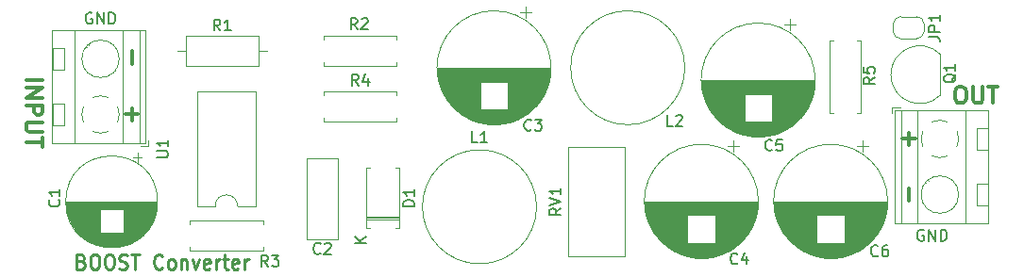
<source format=gto>
%TF.GenerationSoftware,KiCad,Pcbnew,(5.1.12)-1*%
%TF.CreationDate,2022-12-12T11:45:01+01:00*%
%TF.ProjectId,MC34063_boost,4d433334-3036-4335-9f62-6f6f73742e6b,rev?*%
%TF.SameCoordinates,Original*%
%TF.FileFunction,Legend,Top*%
%TF.FilePolarity,Positive*%
%FSLAX46Y46*%
G04 Gerber Fmt 4.6, Leading zero omitted, Abs format (unit mm)*
G04 Created by KiCad (PCBNEW (5.1.12)-1) date 2022-12-12 11:45:01*
%MOMM*%
%LPD*%
G01*
G04 APERTURE LIST*
%ADD10C,0.300000*%
%ADD11C,0.250000*%
%ADD12C,0.150000*%
%ADD13C,0.120000*%
G04 APERTURE END LIST*
D10*
X55307142Y-64171428D02*
X55307142Y-63028571D01*
X55307142Y-69271428D02*
X55307142Y-68128571D01*
X55878571Y-68700000D02*
X54735714Y-68700000D01*
X125007142Y-76471428D02*
X125007142Y-75328571D01*
X125007142Y-71471428D02*
X125007142Y-70328571D01*
X125578571Y-70900000D02*
X124435714Y-70900000D01*
D11*
X50797619Y-81907142D02*
X50976190Y-81969047D01*
X51035714Y-82030952D01*
X51095238Y-82154761D01*
X51095238Y-82340476D01*
X51035714Y-82464285D01*
X50976190Y-82526190D01*
X50857142Y-82588095D01*
X50380952Y-82588095D01*
X50380952Y-81288095D01*
X50797619Y-81288095D01*
X50916666Y-81350000D01*
X50976190Y-81411904D01*
X51035714Y-81535714D01*
X51035714Y-81659523D01*
X50976190Y-81783333D01*
X50916666Y-81845238D01*
X50797619Y-81907142D01*
X50380952Y-81907142D01*
X51869047Y-81288095D02*
X52107142Y-81288095D01*
X52226190Y-81350000D01*
X52345238Y-81473809D01*
X52404761Y-81721428D01*
X52404761Y-82154761D01*
X52345238Y-82402380D01*
X52226190Y-82526190D01*
X52107142Y-82588095D01*
X51869047Y-82588095D01*
X51750000Y-82526190D01*
X51630952Y-82402380D01*
X51571428Y-82154761D01*
X51571428Y-81721428D01*
X51630952Y-81473809D01*
X51750000Y-81350000D01*
X51869047Y-81288095D01*
X53178571Y-81288095D02*
X53416666Y-81288095D01*
X53535714Y-81350000D01*
X53654761Y-81473809D01*
X53714285Y-81721428D01*
X53714285Y-82154761D01*
X53654761Y-82402380D01*
X53535714Y-82526190D01*
X53416666Y-82588095D01*
X53178571Y-82588095D01*
X53059523Y-82526190D01*
X52940476Y-82402380D01*
X52880952Y-82154761D01*
X52880952Y-81721428D01*
X52940476Y-81473809D01*
X53059523Y-81350000D01*
X53178571Y-81288095D01*
X54190476Y-82526190D02*
X54369047Y-82588095D01*
X54666666Y-82588095D01*
X54785714Y-82526190D01*
X54845238Y-82464285D01*
X54904761Y-82340476D01*
X54904761Y-82216666D01*
X54845238Y-82092857D01*
X54785714Y-82030952D01*
X54666666Y-81969047D01*
X54428571Y-81907142D01*
X54309523Y-81845238D01*
X54250000Y-81783333D01*
X54190476Y-81659523D01*
X54190476Y-81535714D01*
X54250000Y-81411904D01*
X54309523Y-81350000D01*
X54428571Y-81288095D01*
X54726190Y-81288095D01*
X54904761Y-81350000D01*
X55261904Y-81288095D02*
X55976190Y-81288095D01*
X55619047Y-82588095D02*
X55619047Y-81288095D01*
X58059523Y-82464285D02*
X58000000Y-82526190D01*
X57821428Y-82588095D01*
X57702380Y-82588095D01*
X57523809Y-82526190D01*
X57404761Y-82402380D01*
X57345238Y-82278571D01*
X57285714Y-82030952D01*
X57285714Y-81845238D01*
X57345238Y-81597619D01*
X57404761Y-81473809D01*
X57523809Y-81350000D01*
X57702380Y-81288095D01*
X57821428Y-81288095D01*
X58000000Y-81350000D01*
X58059523Y-81411904D01*
X58773809Y-82588095D02*
X58654761Y-82526190D01*
X58595238Y-82464285D01*
X58535714Y-82340476D01*
X58535714Y-81969047D01*
X58595238Y-81845238D01*
X58654761Y-81783333D01*
X58773809Y-81721428D01*
X58952380Y-81721428D01*
X59071428Y-81783333D01*
X59130952Y-81845238D01*
X59190476Y-81969047D01*
X59190476Y-82340476D01*
X59130952Y-82464285D01*
X59071428Y-82526190D01*
X58952380Y-82588095D01*
X58773809Y-82588095D01*
X59726190Y-81721428D02*
X59726190Y-82588095D01*
X59726190Y-81845238D02*
X59785714Y-81783333D01*
X59904761Y-81721428D01*
X60083333Y-81721428D01*
X60202380Y-81783333D01*
X60261904Y-81907142D01*
X60261904Y-82588095D01*
X60738095Y-81721428D02*
X61035714Y-82588095D01*
X61333333Y-81721428D01*
X62285714Y-82526190D02*
X62166666Y-82588095D01*
X61928571Y-82588095D01*
X61809523Y-82526190D01*
X61750000Y-82402380D01*
X61750000Y-81907142D01*
X61809523Y-81783333D01*
X61928571Y-81721428D01*
X62166666Y-81721428D01*
X62285714Y-81783333D01*
X62345238Y-81907142D01*
X62345238Y-82030952D01*
X61750000Y-82154761D01*
X62880952Y-82588095D02*
X62880952Y-81721428D01*
X62880952Y-81969047D02*
X62940476Y-81845238D01*
X63000000Y-81783333D01*
X63119047Y-81721428D01*
X63238095Y-81721428D01*
X63476190Y-81721428D02*
X63952380Y-81721428D01*
X63654761Y-81288095D02*
X63654761Y-82402380D01*
X63714285Y-82526190D01*
X63833333Y-82588095D01*
X63952380Y-82588095D01*
X64845238Y-82526190D02*
X64726190Y-82588095D01*
X64488095Y-82588095D01*
X64369047Y-82526190D01*
X64309523Y-82402380D01*
X64309523Y-81907142D01*
X64369047Y-81783333D01*
X64488095Y-81721428D01*
X64726190Y-81721428D01*
X64845238Y-81783333D01*
X64904761Y-81907142D01*
X64904761Y-82030952D01*
X64309523Y-82154761D01*
X65440476Y-82588095D02*
X65440476Y-81721428D01*
X65440476Y-81969047D02*
X65500000Y-81845238D01*
X65559523Y-81783333D01*
X65678571Y-81721428D01*
X65797619Y-81721428D01*
D12*
X126338095Y-79100000D02*
X126242857Y-79052380D01*
X126100000Y-79052380D01*
X125957142Y-79100000D01*
X125861904Y-79195238D01*
X125814285Y-79290476D01*
X125766666Y-79480952D01*
X125766666Y-79623809D01*
X125814285Y-79814285D01*
X125861904Y-79909523D01*
X125957142Y-80004761D01*
X126100000Y-80052380D01*
X126195238Y-80052380D01*
X126338095Y-80004761D01*
X126385714Y-79957142D01*
X126385714Y-79623809D01*
X126195238Y-79623809D01*
X126814285Y-80052380D02*
X126814285Y-79052380D01*
X127385714Y-80052380D01*
X127385714Y-79052380D01*
X127861904Y-80052380D02*
X127861904Y-79052380D01*
X128100000Y-79052380D01*
X128242857Y-79100000D01*
X128338095Y-79195238D01*
X128385714Y-79290476D01*
X128433333Y-79480952D01*
X128433333Y-79623809D01*
X128385714Y-79814285D01*
X128338095Y-79909523D01*
X128242857Y-80004761D01*
X128100000Y-80052380D01*
X127861904Y-80052380D01*
D10*
X129500000Y-66178571D02*
X129785714Y-66178571D01*
X129928571Y-66250000D01*
X130071428Y-66392857D01*
X130142857Y-66678571D01*
X130142857Y-67178571D01*
X130071428Y-67464285D01*
X129928571Y-67607142D01*
X129785714Y-67678571D01*
X129500000Y-67678571D01*
X129357142Y-67607142D01*
X129214285Y-67464285D01*
X129142857Y-67178571D01*
X129142857Y-66678571D01*
X129214285Y-66392857D01*
X129357142Y-66250000D01*
X129500000Y-66178571D01*
X130785714Y-66178571D02*
X130785714Y-67392857D01*
X130857142Y-67535714D01*
X130928571Y-67607142D01*
X131071428Y-67678571D01*
X131357142Y-67678571D01*
X131500000Y-67607142D01*
X131571428Y-67535714D01*
X131642857Y-67392857D01*
X131642857Y-66178571D01*
X132142857Y-66178571D02*
X133000000Y-66178571D01*
X132571428Y-67678571D02*
X132571428Y-66178571D01*
D12*
X51738095Y-59600000D02*
X51642857Y-59552380D01*
X51500000Y-59552380D01*
X51357142Y-59600000D01*
X51261904Y-59695238D01*
X51214285Y-59790476D01*
X51166666Y-59980952D01*
X51166666Y-60123809D01*
X51214285Y-60314285D01*
X51261904Y-60409523D01*
X51357142Y-60504761D01*
X51500000Y-60552380D01*
X51595238Y-60552380D01*
X51738095Y-60504761D01*
X51785714Y-60457142D01*
X51785714Y-60123809D01*
X51595238Y-60123809D01*
X52214285Y-60552380D02*
X52214285Y-59552380D01*
X52785714Y-60552380D01*
X52785714Y-59552380D01*
X53261904Y-60552380D02*
X53261904Y-59552380D01*
X53500000Y-59552380D01*
X53642857Y-59600000D01*
X53738095Y-59695238D01*
X53785714Y-59790476D01*
X53833333Y-59980952D01*
X53833333Y-60123809D01*
X53785714Y-60314285D01*
X53738095Y-60409523D01*
X53642857Y-60504761D01*
X53500000Y-60552380D01*
X53261904Y-60552380D01*
D10*
X45821428Y-65607142D02*
X47321428Y-65607142D01*
X45821428Y-66321428D02*
X47321428Y-66321428D01*
X45821428Y-67178571D01*
X47321428Y-67178571D01*
X45821428Y-67892857D02*
X47321428Y-67892857D01*
X47321428Y-68464285D01*
X47250000Y-68607142D01*
X47178571Y-68678571D01*
X47035714Y-68750000D01*
X46821428Y-68750000D01*
X46678571Y-68678571D01*
X46607142Y-68607142D01*
X46535714Y-68464285D01*
X46535714Y-67892857D01*
X47321428Y-69392857D02*
X46107142Y-69392857D01*
X45964285Y-69464285D01*
X45892857Y-69535714D01*
X45821428Y-69678571D01*
X45821428Y-69964285D01*
X45892857Y-70107142D01*
X45964285Y-70178571D01*
X46107142Y-70250000D01*
X47321428Y-70250000D01*
X47321428Y-70750000D02*
X47321428Y-71607142D01*
X45821428Y-71178571D02*
X47321428Y-71178571D01*
D13*
%TO.C,C2*%
X71030000Y-79920000D02*
X71030000Y-72680000D01*
X73770000Y-79920000D02*
X73770000Y-72680000D01*
X71030000Y-79920000D02*
X73770000Y-79920000D01*
X71030000Y-72680000D02*
X73770000Y-72680000D01*
%TO.C,D1*%
X76660000Y-78910000D02*
X76330000Y-78910000D01*
X76330000Y-78910000D02*
X76330000Y-73470000D01*
X76330000Y-73470000D02*
X76660000Y-73470000D01*
X78940000Y-78910000D02*
X79270000Y-78910000D01*
X79270000Y-78910000D02*
X79270000Y-73470000D01*
X79270000Y-73470000D02*
X78940000Y-73470000D01*
X76330000Y-78010000D02*
X79270000Y-78010000D01*
X76330000Y-77890000D02*
X79270000Y-77890000D01*
X76330000Y-78130000D02*
X79270000Y-78130000D01*
%TO.C,J1*%
X56800000Y-71500000D02*
X56800000Y-71000000D01*
X56060000Y-71500000D02*
X56800000Y-71500000D01*
X48200000Y-62700000D02*
X49200000Y-62700000D01*
X48200000Y-64700000D02*
X49200000Y-64700000D01*
X49200000Y-64700000D02*
X49200000Y-62700000D01*
X48200000Y-64700000D02*
X48200000Y-62700000D01*
X53523000Y-64927000D02*
X53569000Y-64974000D01*
X51225000Y-62630000D02*
X51261000Y-62665000D01*
X53739000Y-64734000D02*
X53774000Y-64769000D01*
X51431000Y-62425000D02*
X51477000Y-62472000D01*
X48200000Y-67700000D02*
X49200000Y-67700000D01*
X48200000Y-69700000D02*
X49200000Y-69700000D01*
X49200000Y-69700000D02*
X49200000Y-67700000D01*
X48200000Y-69700000D02*
X48200000Y-67700000D01*
X48140000Y-61140000D02*
X56560000Y-61140000D01*
X48140000Y-71260000D02*
X56560000Y-71260000D01*
X56560000Y-71260000D02*
X56560000Y-61140000D01*
X48140000Y-71260000D02*
X48140000Y-61140000D01*
X50199000Y-71260000D02*
X50199000Y-61140000D01*
X54500000Y-71260000D02*
X54500000Y-61140000D01*
X56000000Y-71260000D02*
X56000000Y-61140000D01*
X54180000Y-63700000D02*
G75*
G03*
X54180000Y-63700000I-1680000J0D01*
G01*
X54180253Y-68671195D02*
G75*
G02*
X54035000Y-69384000I-1680253J-28805D01*
G01*
X53183042Y-70235426D02*
G75*
G02*
X51816000Y-70235000I-683042J1535426D01*
G01*
X50964574Y-69383042D02*
G75*
G02*
X50965000Y-68016000I1535426J683042D01*
G01*
X51816958Y-67164574D02*
G75*
G02*
X53184000Y-67165000I683042J-1535426D01*
G01*
X54034756Y-68016682D02*
G75*
G02*
X54180000Y-68700000I-1534756J-683318D01*
G01*
%TO.C,J2*%
X129480000Y-75900000D02*
G75*
G03*
X129480000Y-75900000I-1680000J0D01*
G01*
X124300000Y-68340000D02*
X124300000Y-78460000D01*
X125800000Y-68340000D02*
X125800000Y-78460000D01*
X130101000Y-68340000D02*
X130101000Y-78460000D01*
X132160000Y-68340000D02*
X132160000Y-78460000D01*
X123740000Y-68340000D02*
X123740000Y-78460000D01*
X132160000Y-68340000D02*
X123740000Y-68340000D01*
X132160000Y-78460000D02*
X123740000Y-78460000D01*
X132100000Y-69900000D02*
X132100000Y-71900000D01*
X131100000Y-69900000D02*
X131100000Y-71900000D01*
X132100000Y-69900000D02*
X131100000Y-69900000D01*
X132100000Y-71900000D02*
X131100000Y-71900000D01*
X128869000Y-77175000D02*
X128823000Y-77128000D01*
X126561000Y-74866000D02*
X126526000Y-74831000D01*
X129075000Y-76970000D02*
X129039000Y-76935000D01*
X126777000Y-74673000D02*
X126731000Y-74626000D01*
X132100000Y-74900000D02*
X132100000Y-76900000D01*
X131100000Y-74900000D02*
X131100000Y-76900000D01*
X132100000Y-74900000D02*
X131100000Y-74900000D01*
X132100000Y-76900000D02*
X131100000Y-76900000D01*
X124240000Y-68100000D02*
X123500000Y-68100000D01*
X123500000Y-68100000D02*
X123500000Y-68600000D01*
X126265244Y-71583318D02*
G75*
G02*
X126120000Y-70900000I1534756J683318D01*
G01*
X128483042Y-72435426D02*
G75*
G02*
X127116000Y-72435000I-683042J1535426D01*
G01*
X129335426Y-70216958D02*
G75*
G02*
X129335000Y-71584000I-1535426J-683042D01*
G01*
X127116958Y-69364574D02*
G75*
G02*
X128484000Y-69365000I683042J-1535426D01*
G01*
X126119747Y-70928805D02*
G75*
G02*
X126265000Y-70216000I1680253J28805D01*
G01*
%TO.C,JP1*%
X123600000Y-61200000D02*
X123600000Y-60600000D01*
X125700000Y-61900000D02*
X124300000Y-61900000D01*
X126400000Y-60600000D02*
X126400000Y-61200000D01*
X124300000Y-59900000D02*
X125700000Y-59900000D01*
X125700000Y-59900000D02*
G75*
G02*
X126400000Y-60600000I0J-700000D01*
G01*
X126400000Y-61200000D02*
G75*
G02*
X125700000Y-61900000I-700000J0D01*
G01*
X124300000Y-61900000D02*
G75*
G02*
X123600000Y-61200000I0J700000D01*
G01*
X123600000Y-60600000D02*
G75*
G02*
X124300000Y-59900000I700000J0D01*
G01*
%TO.C,L1*%
X91620000Y-77000000D02*
G75*
G03*
X91620000Y-77000000I-5120000J0D01*
G01*
%TO.C,L2*%
X104920000Y-64500000D02*
G75*
G03*
X104920000Y-64500000I-5120000J0D01*
G01*
%TO.C,Q1*%
X127850000Y-66930000D02*
X127850000Y-63330000D01*
X127838478Y-66968478D02*
G75*
G02*
X123400000Y-65130000I-1838478J1838478D01*
G01*
X127838478Y-63291522D02*
G75*
G03*
X123400000Y-65130000I-1838478J-1838478D01*
G01*
%TO.C,R1*%
X66690000Y-64370000D02*
X66690000Y-61630000D01*
X66690000Y-61630000D02*
X60150000Y-61630000D01*
X60150000Y-61630000D02*
X60150000Y-64370000D01*
X60150000Y-64370000D02*
X66690000Y-64370000D01*
X67460000Y-63000000D02*
X66690000Y-63000000D01*
X59380000Y-63000000D02*
X60150000Y-63000000D01*
%TO.C,R2*%
X79060000Y-64040000D02*
X79060000Y-64370000D01*
X79060000Y-64370000D02*
X72520000Y-64370000D01*
X72520000Y-64370000D02*
X72520000Y-64040000D01*
X79060000Y-61960000D02*
X79060000Y-61630000D01*
X79060000Y-61630000D02*
X72520000Y-61630000D01*
X72520000Y-61630000D02*
X72520000Y-61960000D01*
%TO.C,R3*%
X67080000Y-80970000D02*
X67080000Y-80640000D01*
X60540000Y-80970000D02*
X67080000Y-80970000D01*
X60540000Y-80640000D02*
X60540000Y-80970000D01*
X67080000Y-78230000D02*
X67080000Y-78560000D01*
X60540000Y-78230000D02*
X67080000Y-78230000D01*
X60540000Y-78560000D02*
X60540000Y-78230000D01*
%TO.C,R4*%
X72540000Y-66960000D02*
X72540000Y-66630000D01*
X72540000Y-66630000D02*
X79080000Y-66630000D01*
X79080000Y-66630000D02*
X79080000Y-66960000D01*
X72540000Y-69040000D02*
X72540000Y-69370000D01*
X72540000Y-69370000D02*
X79080000Y-69370000D01*
X79080000Y-69370000D02*
X79080000Y-69040000D01*
%TO.C,R5*%
X120670000Y-62020000D02*
X120340000Y-62020000D01*
X120670000Y-68560000D02*
X120670000Y-62020000D01*
X120340000Y-68560000D02*
X120670000Y-68560000D01*
X117930000Y-62020000D02*
X118260000Y-62020000D01*
X117930000Y-68560000D02*
X117930000Y-62020000D01*
X118260000Y-68560000D02*
X117930000Y-68560000D01*
%TO.C,RV1*%
X94470000Y-81425000D02*
X94470000Y-71655000D01*
X99540000Y-81425000D02*
X99540000Y-71655000D01*
X94470000Y-81425000D02*
X99540000Y-81425000D01*
X94470000Y-71655000D02*
X99540000Y-71655000D01*
%TO.C,U1*%
X64790000Y-76930000D02*
X66440000Y-76930000D01*
X66440000Y-76930000D02*
X66440000Y-66650000D01*
X66440000Y-66650000D02*
X61140000Y-66650000D01*
X61140000Y-66650000D02*
X61140000Y-76930000D01*
X61140000Y-76930000D02*
X62790000Y-76930000D01*
X62790000Y-76930000D02*
G75*
G02*
X64790000Y-76930000I1000000J0D01*
G01*
%TO.C,C3*%
X92920000Y-64500000D02*
G75*
G03*
X92920000Y-64500000I-5120000J0D01*
G01*
X92880000Y-64500000D02*
X82720000Y-64500000D01*
X92880000Y-64540000D02*
X82720000Y-64540000D01*
X92880000Y-64580000D02*
X82720000Y-64580000D01*
X92879000Y-64620000D02*
X82721000Y-64620000D01*
X92878000Y-64660000D02*
X82722000Y-64660000D01*
X92877000Y-64700000D02*
X82723000Y-64700000D01*
X92875000Y-64740000D02*
X82725000Y-64740000D01*
X92873000Y-64780000D02*
X82727000Y-64780000D01*
X92870000Y-64820000D02*
X82730000Y-64820000D01*
X92868000Y-64860000D02*
X82732000Y-64860000D01*
X92865000Y-64900000D02*
X82735000Y-64900000D01*
X92862000Y-64940000D02*
X82738000Y-64940000D01*
X92858000Y-64980000D02*
X82742000Y-64980000D01*
X92854000Y-65020000D02*
X82746000Y-65020000D01*
X92850000Y-65060000D02*
X82750000Y-65060000D01*
X92845000Y-65100000D02*
X82755000Y-65100000D01*
X92840000Y-65140000D02*
X82760000Y-65140000D01*
X92835000Y-65180000D02*
X82765000Y-65180000D01*
X92830000Y-65221000D02*
X82770000Y-65221000D01*
X92824000Y-65261000D02*
X82776000Y-65261000D01*
X92818000Y-65301000D02*
X82782000Y-65301000D01*
X92811000Y-65341000D02*
X82789000Y-65341000D01*
X92804000Y-65381000D02*
X82796000Y-65381000D01*
X92797000Y-65421000D02*
X82803000Y-65421000D01*
X92790000Y-65461000D02*
X82810000Y-65461000D01*
X92782000Y-65501000D02*
X82818000Y-65501000D01*
X92774000Y-65541000D02*
X82826000Y-65541000D01*
X92765000Y-65581000D02*
X82835000Y-65581000D01*
X92756000Y-65621000D02*
X82844000Y-65621000D01*
X92747000Y-65661000D02*
X82853000Y-65661000D01*
X92738000Y-65701000D02*
X82862000Y-65701000D01*
X92728000Y-65741000D02*
X82872000Y-65741000D01*
X92718000Y-65781000D02*
X89041000Y-65781000D01*
X86559000Y-65781000D02*
X82882000Y-65781000D01*
X92707000Y-65821000D02*
X89041000Y-65821000D01*
X86559000Y-65821000D02*
X82893000Y-65821000D01*
X92697000Y-65861000D02*
X89041000Y-65861000D01*
X86559000Y-65861000D02*
X82903000Y-65861000D01*
X92685000Y-65901000D02*
X89041000Y-65901000D01*
X86559000Y-65901000D02*
X82915000Y-65901000D01*
X92674000Y-65941000D02*
X89041000Y-65941000D01*
X86559000Y-65941000D02*
X82926000Y-65941000D01*
X92662000Y-65981000D02*
X89041000Y-65981000D01*
X86559000Y-65981000D02*
X82938000Y-65981000D01*
X92650000Y-66021000D02*
X89041000Y-66021000D01*
X86559000Y-66021000D02*
X82950000Y-66021000D01*
X92637000Y-66061000D02*
X89041000Y-66061000D01*
X86559000Y-66061000D02*
X82963000Y-66061000D01*
X92624000Y-66101000D02*
X89041000Y-66101000D01*
X86559000Y-66101000D02*
X82976000Y-66101000D01*
X92611000Y-66141000D02*
X89041000Y-66141000D01*
X86559000Y-66141000D02*
X82989000Y-66141000D01*
X92597000Y-66181000D02*
X89041000Y-66181000D01*
X86559000Y-66181000D02*
X83003000Y-66181000D01*
X92583000Y-66221000D02*
X89041000Y-66221000D01*
X86559000Y-66221000D02*
X83017000Y-66221000D01*
X92568000Y-66261000D02*
X89041000Y-66261000D01*
X86559000Y-66261000D02*
X83032000Y-66261000D01*
X92554000Y-66301000D02*
X89041000Y-66301000D01*
X86559000Y-66301000D02*
X83046000Y-66301000D01*
X92538000Y-66341000D02*
X89041000Y-66341000D01*
X86559000Y-66341000D02*
X83062000Y-66341000D01*
X92523000Y-66381000D02*
X89041000Y-66381000D01*
X86559000Y-66381000D02*
X83077000Y-66381000D01*
X92507000Y-66421000D02*
X89041000Y-66421000D01*
X86559000Y-66421000D02*
X83093000Y-66421000D01*
X92490000Y-66461000D02*
X89041000Y-66461000D01*
X86559000Y-66461000D02*
X83110000Y-66461000D01*
X92474000Y-66501000D02*
X89041000Y-66501000D01*
X86559000Y-66501000D02*
X83126000Y-66501000D01*
X92457000Y-66541000D02*
X89041000Y-66541000D01*
X86559000Y-66541000D02*
X83143000Y-66541000D01*
X92439000Y-66581000D02*
X89041000Y-66581000D01*
X86559000Y-66581000D02*
X83161000Y-66581000D01*
X92421000Y-66621000D02*
X89041000Y-66621000D01*
X86559000Y-66621000D02*
X83179000Y-66621000D01*
X92403000Y-66661000D02*
X89041000Y-66661000D01*
X86559000Y-66661000D02*
X83197000Y-66661000D01*
X92384000Y-66701000D02*
X89041000Y-66701000D01*
X86559000Y-66701000D02*
X83216000Y-66701000D01*
X92364000Y-66741000D02*
X89041000Y-66741000D01*
X86559000Y-66741000D02*
X83236000Y-66741000D01*
X92345000Y-66781000D02*
X89041000Y-66781000D01*
X86559000Y-66781000D02*
X83255000Y-66781000D01*
X92325000Y-66821000D02*
X89041000Y-66821000D01*
X86559000Y-66821000D02*
X83275000Y-66821000D01*
X92304000Y-66861000D02*
X89041000Y-66861000D01*
X86559000Y-66861000D02*
X83296000Y-66861000D01*
X92283000Y-66901000D02*
X89041000Y-66901000D01*
X86559000Y-66901000D02*
X83317000Y-66901000D01*
X92262000Y-66941000D02*
X89041000Y-66941000D01*
X86559000Y-66941000D02*
X83338000Y-66941000D01*
X92240000Y-66981000D02*
X89041000Y-66981000D01*
X86559000Y-66981000D02*
X83360000Y-66981000D01*
X92217000Y-67021000D02*
X89041000Y-67021000D01*
X86559000Y-67021000D02*
X83383000Y-67021000D01*
X92195000Y-67061000D02*
X89041000Y-67061000D01*
X86559000Y-67061000D02*
X83405000Y-67061000D01*
X92171000Y-67101000D02*
X89041000Y-67101000D01*
X86559000Y-67101000D02*
X83429000Y-67101000D01*
X92147000Y-67141000D02*
X89041000Y-67141000D01*
X86559000Y-67141000D02*
X83453000Y-67141000D01*
X92123000Y-67181000D02*
X89041000Y-67181000D01*
X86559000Y-67181000D02*
X83477000Y-67181000D01*
X92098000Y-67221000D02*
X89041000Y-67221000D01*
X86559000Y-67221000D02*
X83502000Y-67221000D01*
X92073000Y-67261000D02*
X89041000Y-67261000D01*
X86559000Y-67261000D02*
X83527000Y-67261000D01*
X92047000Y-67301000D02*
X89041000Y-67301000D01*
X86559000Y-67301000D02*
X83553000Y-67301000D01*
X92021000Y-67341000D02*
X89041000Y-67341000D01*
X86559000Y-67341000D02*
X83579000Y-67341000D01*
X91994000Y-67381000D02*
X89041000Y-67381000D01*
X86559000Y-67381000D02*
X83606000Y-67381000D01*
X91966000Y-67421000D02*
X89041000Y-67421000D01*
X86559000Y-67421000D02*
X83634000Y-67421000D01*
X91938000Y-67461000D02*
X89041000Y-67461000D01*
X86559000Y-67461000D02*
X83662000Y-67461000D01*
X91910000Y-67501000D02*
X89041000Y-67501000D01*
X86559000Y-67501000D02*
X83690000Y-67501000D01*
X91880000Y-67541000D02*
X89041000Y-67541000D01*
X86559000Y-67541000D02*
X83720000Y-67541000D01*
X91850000Y-67581000D02*
X89041000Y-67581000D01*
X86559000Y-67581000D02*
X83750000Y-67581000D01*
X91820000Y-67621000D02*
X89041000Y-67621000D01*
X86559000Y-67621000D02*
X83780000Y-67621000D01*
X91789000Y-67661000D02*
X89041000Y-67661000D01*
X86559000Y-67661000D02*
X83811000Y-67661000D01*
X91757000Y-67701000D02*
X89041000Y-67701000D01*
X86559000Y-67701000D02*
X83843000Y-67701000D01*
X91725000Y-67741000D02*
X89041000Y-67741000D01*
X86559000Y-67741000D02*
X83875000Y-67741000D01*
X91692000Y-67781000D02*
X89041000Y-67781000D01*
X86559000Y-67781000D02*
X83908000Y-67781000D01*
X91658000Y-67821000D02*
X89041000Y-67821000D01*
X86559000Y-67821000D02*
X83942000Y-67821000D01*
X91624000Y-67861000D02*
X89041000Y-67861000D01*
X86559000Y-67861000D02*
X83976000Y-67861000D01*
X91589000Y-67901000D02*
X89041000Y-67901000D01*
X86559000Y-67901000D02*
X84011000Y-67901000D01*
X91553000Y-67941000D02*
X89041000Y-67941000D01*
X86559000Y-67941000D02*
X84047000Y-67941000D01*
X91516000Y-67981000D02*
X89041000Y-67981000D01*
X86559000Y-67981000D02*
X84084000Y-67981000D01*
X91479000Y-68021000D02*
X89041000Y-68021000D01*
X86559000Y-68021000D02*
X84121000Y-68021000D01*
X91440000Y-68061000D02*
X89041000Y-68061000D01*
X86559000Y-68061000D02*
X84160000Y-68061000D01*
X91401000Y-68101000D02*
X89041000Y-68101000D01*
X86559000Y-68101000D02*
X84199000Y-68101000D01*
X91361000Y-68141000D02*
X89041000Y-68141000D01*
X86559000Y-68141000D02*
X84239000Y-68141000D01*
X91320000Y-68181000D02*
X89041000Y-68181000D01*
X86559000Y-68181000D02*
X84280000Y-68181000D01*
X91278000Y-68221000D02*
X89041000Y-68221000D01*
X86559000Y-68221000D02*
X84322000Y-68221000D01*
X91236000Y-68261000D02*
X84364000Y-68261000D01*
X91192000Y-68301000D02*
X84408000Y-68301000D01*
X91147000Y-68341000D02*
X84453000Y-68341000D01*
X91101000Y-68381000D02*
X84499000Y-68381000D01*
X91054000Y-68421000D02*
X84546000Y-68421000D01*
X91006000Y-68461000D02*
X84594000Y-68461000D01*
X90956000Y-68501000D02*
X84644000Y-68501000D01*
X90906000Y-68541000D02*
X84694000Y-68541000D01*
X90854000Y-68581000D02*
X84746000Y-68581000D01*
X90800000Y-68621000D02*
X84800000Y-68621000D01*
X90745000Y-68661000D02*
X84855000Y-68661000D01*
X90689000Y-68701000D02*
X84911000Y-68701000D01*
X90630000Y-68741000D02*
X84970000Y-68741000D01*
X90570000Y-68781000D02*
X85030000Y-68781000D01*
X90509000Y-68821000D02*
X85091000Y-68821000D01*
X90445000Y-68861000D02*
X85155000Y-68861000D01*
X90379000Y-68901000D02*
X85221000Y-68901000D01*
X90310000Y-68941000D02*
X85290000Y-68941000D01*
X90239000Y-68981000D02*
X85361000Y-68981000D01*
X90165000Y-69021000D02*
X85435000Y-69021000D01*
X90089000Y-69061000D02*
X85511000Y-69061000D01*
X90009000Y-69101000D02*
X85591000Y-69101000D01*
X89925000Y-69141000D02*
X85675000Y-69141000D01*
X89837000Y-69181000D02*
X85763000Y-69181000D01*
X89744000Y-69221000D02*
X85856000Y-69221000D01*
X89646000Y-69261000D02*
X85954000Y-69261000D01*
X89542000Y-69301000D02*
X86058000Y-69301000D01*
X89430000Y-69341000D02*
X86170000Y-69341000D01*
X89310000Y-69381000D02*
X86290000Y-69381000D01*
X89178000Y-69421000D02*
X86422000Y-69421000D01*
X89030000Y-69461000D02*
X86570000Y-69461000D01*
X88862000Y-69501000D02*
X86738000Y-69501000D01*
X88662000Y-69541000D02*
X86938000Y-69541000D01*
X88399000Y-69581000D02*
X87201000Y-69581000D01*
X90675000Y-59020354D02*
X90675000Y-60020354D01*
X91175000Y-59520354D02*
X90175000Y-59520354D01*
%TO.C,C4*%
X109775000Y-71520354D02*
X108775000Y-71520354D01*
X109275000Y-71020354D02*
X109275000Y-72020354D01*
X106999000Y-81581000D02*
X105801000Y-81581000D01*
X107262000Y-81541000D02*
X105538000Y-81541000D01*
X107462000Y-81501000D02*
X105338000Y-81501000D01*
X107630000Y-81461000D02*
X105170000Y-81461000D01*
X107778000Y-81421000D02*
X105022000Y-81421000D01*
X107910000Y-81381000D02*
X104890000Y-81381000D01*
X108030000Y-81341000D02*
X104770000Y-81341000D01*
X108142000Y-81301000D02*
X104658000Y-81301000D01*
X108246000Y-81261000D02*
X104554000Y-81261000D01*
X108344000Y-81221000D02*
X104456000Y-81221000D01*
X108437000Y-81181000D02*
X104363000Y-81181000D01*
X108525000Y-81141000D02*
X104275000Y-81141000D01*
X108609000Y-81101000D02*
X104191000Y-81101000D01*
X108689000Y-81061000D02*
X104111000Y-81061000D01*
X108765000Y-81021000D02*
X104035000Y-81021000D01*
X108839000Y-80981000D02*
X103961000Y-80981000D01*
X108910000Y-80941000D02*
X103890000Y-80941000D01*
X108979000Y-80901000D02*
X103821000Y-80901000D01*
X109045000Y-80861000D02*
X103755000Y-80861000D01*
X109109000Y-80821000D02*
X103691000Y-80821000D01*
X109170000Y-80781000D02*
X103630000Y-80781000D01*
X109230000Y-80741000D02*
X103570000Y-80741000D01*
X109289000Y-80701000D02*
X103511000Y-80701000D01*
X109345000Y-80661000D02*
X103455000Y-80661000D01*
X109400000Y-80621000D02*
X103400000Y-80621000D01*
X109454000Y-80581000D02*
X103346000Y-80581000D01*
X109506000Y-80541000D02*
X103294000Y-80541000D01*
X109556000Y-80501000D02*
X103244000Y-80501000D01*
X109606000Y-80461000D02*
X103194000Y-80461000D01*
X109654000Y-80421000D02*
X103146000Y-80421000D01*
X109701000Y-80381000D02*
X103099000Y-80381000D01*
X109747000Y-80341000D02*
X103053000Y-80341000D01*
X109792000Y-80301000D02*
X103008000Y-80301000D01*
X109836000Y-80261000D02*
X102964000Y-80261000D01*
X105159000Y-80221000D02*
X102922000Y-80221000D01*
X109878000Y-80221000D02*
X107641000Y-80221000D01*
X105159000Y-80181000D02*
X102880000Y-80181000D01*
X109920000Y-80181000D02*
X107641000Y-80181000D01*
X105159000Y-80141000D02*
X102839000Y-80141000D01*
X109961000Y-80141000D02*
X107641000Y-80141000D01*
X105159000Y-80101000D02*
X102799000Y-80101000D01*
X110001000Y-80101000D02*
X107641000Y-80101000D01*
X105159000Y-80061000D02*
X102760000Y-80061000D01*
X110040000Y-80061000D02*
X107641000Y-80061000D01*
X105159000Y-80021000D02*
X102721000Y-80021000D01*
X110079000Y-80021000D02*
X107641000Y-80021000D01*
X105159000Y-79981000D02*
X102684000Y-79981000D01*
X110116000Y-79981000D02*
X107641000Y-79981000D01*
X105159000Y-79941000D02*
X102647000Y-79941000D01*
X110153000Y-79941000D02*
X107641000Y-79941000D01*
X105159000Y-79901000D02*
X102611000Y-79901000D01*
X110189000Y-79901000D02*
X107641000Y-79901000D01*
X105159000Y-79861000D02*
X102576000Y-79861000D01*
X110224000Y-79861000D02*
X107641000Y-79861000D01*
X105159000Y-79821000D02*
X102542000Y-79821000D01*
X110258000Y-79821000D02*
X107641000Y-79821000D01*
X105159000Y-79781000D02*
X102508000Y-79781000D01*
X110292000Y-79781000D02*
X107641000Y-79781000D01*
X105159000Y-79741000D02*
X102475000Y-79741000D01*
X110325000Y-79741000D02*
X107641000Y-79741000D01*
X105159000Y-79701000D02*
X102443000Y-79701000D01*
X110357000Y-79701000D02*
X107641000Y-79701000D01*
X105159000Y-79661000D02*
X102411000Y-79661000D01*
X110389000Y-79661000D02*
X107641000Y-79661000D01*
X105159000Y-79621000D02*
X102380000Y-79621000D01*
X110420000Y-79621000D02*
X107641000Y-79621000D01*
X105159000Y-79581000D02*
X102350000Y-79581000D01*
X110450000Y-79581000D02*
X107641000Y-79581000D01*
X105159000Y-79541000D02*
X102320000Y-79541000D01*
X110480000Y-79541000D02*
X107641000Y-79541000D01*
X105159000Y-79501000D02*
X102290000Y-79501000D01*
X110510000Y-79501000D02*
X107641000Y-79501000D01*
X105159000Y-79461000D02*
X102262000Y-79461000D01*
X110538000Y-79461000D02*
X107641000Y-79461000D01*
X105159000Y-79421000D02*
X102234000Y-79421000D01*
X110566000Y-79421000D02*
X107641000Y-79421000D01*
X105159000Y-79381000D02*
X102206000Y-79381000D01*
X110594000Y-79381000D02*
X107641000Y-79381000D01*
X105159000Y-79341000D02*
X102179000Y-79341000D01*
X110621000Y-79341000D02*
X107641000Y-79341000D01*
X105159000Y-79301000D02*
X102153000Y-79301000D01*
X110647000Y-79301000D02*
X107641000Y-79301000D01*
X105159000Y-79261000D02*
X102127000Y-79261000D01*
X110673000Y-79261000D02*
X107641000Y-79261000D01*
X105159000Y-79221000D02*
X102102000Y-79221000D01*
X110698000Y-79221000D02*
X107641000Y-79221000D01*
X105159000Y-79181000D02*
X102077000Y-79181000D01*
X110723000Y-79181000D02*
X107641000Y-79181000D01*
X105159000Y-79141000D02*
X102053000Y-79141000D01*
X110747000Y-79141000D02*
X107641000Y-79141000D01*
X105159000Y-79101000D02*
X102029000Y-79101000D01*
X110771000Y-79101000D02*
X107641000Y-79101000D01*
X105159000Y-79061000D02*
X102005000Y-79061000D01*
X110795000Y-79061000D02*
X107641000Y-79061000D01*
X105159000Y-79021000D02*
X101983000Y-79021000D01*
X110817000Y-79021000D02*
X107641000Y-79021000D01*
X105159000Y-78981000D02*
X101960000Y-78981000D01*
X110840000Y-78981000D02*
X107641000Y-78981000D01*
X105159000Y-78941000D02*
X101938000Y-78941000D01*
X110862000Y-78941000D02*
X107641000Y-78941000D01*
X105159000Y-78901000D02*
X101917000Y-78901000D01*
X110883000Y-78901000D02*
X107641000Y-78901000D01*
X105159000Y-78861000D02*
X101896000Y-78861000D01*
X110904000Y-78861000D02*
X107641000Y-78861000D01*
X105159000Y-78821000D02*
X101875000Y-78821000D01*
X110925000Y-78821000D02*
X107641000Y-78821000D01*
X105159000Y-78781000D02*
X101855000Y-78781000D01*
X110945000Y-78781000D02*
X107641000Y-78781000D01*
X105159000Y-78741000D02*
X101836000Y-78741000D01*
X110964000Y-78741000D02*
X107641000Y-78741000D01*
X105159000Y-78701000D02*
X101816000Y-78701000D01*
X110984000Y-78701000D02*
X107641000Y-78701000D01*
X105159000Y-78661000D02*
X101797000Y-78661000D01*
X111003000Y-78661000D02*
X107641000Y-78661000D01*
X105159000Y-78621000D02*
X101779000Y-78621000D01*
X111021000Y-78621000D02*
X107641000Y-78621000D01*
X105159000Y-78581000D02*
X101761000Y-78581000D01*
X111039000Y-78581000D02*
X107641000Y-78581000D01*
X105159000Y-78541000D02*
X101743000Y-78541000D01*
X111057000Y-78541000D02*
X107641000Y-78541000D01*
X105159000Y-78501000D02*
X101726000Y-78501000D01*
X111074000Y-78501000D02*
X107641000Y-78501000D01*
X105159000Y-78461000D02*
X101710000Y-78461000D01*
X111090000Y-78461000D02*
X107641000Y-78461000D01*
X105159000Y-78421000D02*
X101693000Y-78421000D01*
X111107000Y-78421000D02*
X107641000Y-78421000D01*
X105159000Y-78381000D02*
X101677000Y-78381000D01*
X111123000Y-78381000D02*
X107641000Y-78381000D01*
X105159000Y-78341000D02*
X101662000Y-78341000D01*
X111138000Y-78341000D02*
X107641000Y-78341000D01*
X105159000Y-78301000D02*
X101646000Y-78301000D01*
X111154000Y-78301000D02*
X107641000Y-78301000D01*
X105159000Y-78261000D02*
X101632000Y-78261000D01*
X111168000Y-78261000D02*
X107641000Y-78261000D01*
X105159000Y-78221000D02*
X101617000Y-78221000D01*
X111183000Y-78221000D02*
X107641000Y-78221000D01*
X105159000Y-78181000D02*
X101603000Y-78181000D01*
X111197000Y-78181000D02*
X107641000Y-78181000D01*
X105159000Y-78141000D02*
X101589000Y-78141000D01*
X111211000Y-78141000D02*
X107641000Y-78141000D01*
X105159000Y-78101000D02*
X101576000Y-78101000D01*
X111224000Y-78101000D02*
X107641000Y-78101000D01*
X105159000Y-78061000D02*
X101563000Y-78061000D01*
X111237000Y-78061000D02*
X107641000Y-78061000D01*
X105159000Y-78021000D02*
X101550000Y-78021000D01*
X111250000Y-78021000D02*
X107641000Y-78021000D01*
X105159000Y-77981000D02*
X101538000Y-77981000D01*
X111262000Y-77981000D02*
X107641000Y-77981000D01*
X105159000Y-77941000D02*
X101526000Y-77941000D01*
X111274000Y-77941000D02*
X107641000Y-77941000D01*
X105159000Y-77901000D02*
X101515000Y-77901000D01*
X111285000Y-77901000D02*
X107641000Y-77901000D01*
X105159000Y-77861000D02*
X101503000Y-77861000D01*
X111297000Y-77861000D02*
X107641000Y-77861000D01*
X105159000Y-77821000D02*
X101493000Y-77821000D01*
X111307000Y-77821000D02*
X107641000Y-77821000D01*
X105159000Y-77781000D02*
X101482000Y-77781000D01*
X111318000Y-77781000D02*
X107641000Y-77781000D01*
X111328000Y-77741000D02*
X101472000Y-77741000D01*
X111338000Y-77701000D02*
X101462000Y-77701000D01*
X111347000Y-77661000D02*
X101453000Y-77661000D01*
X111356000Y-77621000D02*
X101444000Y-77621000D01*
X111365000Y-77581000D02*
X101435000Y-77581000D01*
X111374000Y-77541000D02*
X101426000Y-77541000D01*
X111382000Y-77501000D02*
X101418000Y-77501000D01*
X111390000Y-77461000D02*
X101410000Y-77461000D01*
X111397000Y-77421000D02*
X101403000Y-77421000D01*
X111404000Y-77381000D02*
X101396000Y-77381000D01*
X111411000Y-77341000D02*
X101389000Y-77341000D01*
X111418000Y-77301000D02*
X101382000Y-77301000D01*
X111424000Y-77261000D02*
X101376000Y-77261000D01*
X111430000Y-77221000D02*
X101370000Y-77221000D01*
X111435000Y-77180000D02*
X101365000Y-77180000D01*
X111440000Y-77140000D02*
X101360000Y-77140000D01*
X111445000Y-77100000D02*
X101355000Y-77100000D01*
X111450000Y-77060000D02*
X101350000Y-77060000D01*
X111454000Y-77020000D02*
X101346000Y-77020000D01*
X111458000Y-76980000D02*
X101342000Y-76980000D01*
X111462000Y-76940000D02*
X101338000Y-76940000D01*
X111465000Y-76900000D02*
X101335000Y-76900000D01*
X111468000Y-76860000D02*
X101332000Y-76860000D01*
X111470000Y-76820000D02*
X101330000Y-76820000D01*
X111473000Y-76780000D02*
X101327000Y-76780000D01*
X111475000Y-76740000D02*
X101325000Y-76740000D01*
X111477000Y-76700000D02*
X101323000Y-76700000D01*
X111478000Y-76660000D02*
X101322000Y-76660000D01*
X111479000Y-76620000D02*
X101321000Y-76620000D01*
X111480000Y-76580000D02*
X101320000Y-76580000D01*
X111480000Y-76540000D02*
X101320000Y-76540000D01*
X111480000Y-76500000D02*
X101320000Y-76500000D01*
X111520000Y-76500000D02*
G75*
G03*
X111520000Y-76500000I-5120000J0D01*
G01*
%TO.C,C5*%
X114875000Y-60620354D02*
X113875000Y-60620354D01*
X114375000Y-60120354D02*
X114375000Y-61120354D01*
X112099000Y-70681000D02*
X110901000Y-70681000D01*
X112362000Y-70641000D02*
X110638000Y-70641000D01*
X112562000Y-70601000D02*
X110438000Y-70601000D01*
X112730000Y-70561000D02*
X110270000Y-70561000D01*
X112878000Y-70521000D02*
X110122000Y-70521000D01*
X113010000Y-70481000D02*
X109990000Y-70481000D01*
X113130000Y-70441000D02*
X109870000Y-70441000D01*
X113242000Y-70401000D02*
X109758000Y-70401000D01*
X113346000Y-70361000D02*
X109654000Y-70361000D01*
X113444000Y-70321000D02*
X109556000Y-70321000D01*
X113537000Y-70281000D02*
X109463000Y-70281000D01*
X113625000Y-70241000D02*
X109375000Y-70241000D01*
X113709000Y-70201000D02*
X109291000Y-70201000D01*
X113789000Y-70161000D02*
X109211000Y-70161000D01*
X113865000Y-70121000D02*
X109135000Y-70121000D01*
X113939000Y-70081000D02*
X109061000Y-70081000D01*
X114010000Y-70041000D02*
X108990000Y-70041000D01*
X114079000Y-70001000D02*
X108921000Y-70001000D01*
X114145000Y-69961000D02*
X108855000Y-69961000D01*
X114209000Y-69921000D02*
X108791000Y-69921000D01*
X114270000Y-69881000D02*
X108730000Y-69881000D01*
X114330000Y-69841000D02*
X108670000Y-69841000D01*
X114389000Y-69801000D02*
X108611000Y-69801000D01*
X114445000Y-69761000D02*
X108555000Y-69761000D01*
X114500000Y-69721000D02*
X108500000Y-69721000D01*
X114554000Y-69681000D02*
X108446000Y-69681000D01*
X114606000Y-69641000D02*
X108394000Y-69641000D01*
X114656000Y-69601000D02*
X108344000Y-69601000D01*
X114706000Y-69561000D02*
X108294000Y-69561000D01*
X114754000Y-69521000D02*
X108246000Y-69521000D01*
X114801000Y-69481000D02*
X108199000Y-69481000D01*
X114847000Y-69441000D02*
X108153000Y-69441000D01*
X114892000Y-69401000D02*
X108108000Y-69401000D01*
X114936000Y-69361000D02*
X108064000Y-69361000D01*
X110259000Y-69321000D02*
X108022000Y-69321000D01*
X114978000Y-69321000D02*
X112741000Y-69321000D01*
X110259000Y-69281000D02*
X107980000Y-69281000D01*
X115020000Y-69281000D02*
X112741000Y-69281000D01*
X110259000Y-69241000D02*
X107939000Y-69241000D01*
X115061000Y-69241000D02*
X112741000Y-69241000D01*
X110259000Y-69201000D02*
X107899000Y-69201000D01*
X115101000Y-69201000D02*
X112741000Y-69201000D01*
X110259000Y-69161000D02*
X107860000Y-69161000D01*
X115140000Y-69161000D02*
X112741000Y-69161000D01*
X110259000Y-69121000D02*
X107821000Y-69121000D01*
X115179000Y-69121000D02*
X112741000Y-69121000D01*
X110259000Y-69081000D02*
X107784000Y-69081000D01*
X115216000Y-69081000D02*
X112741000Y-69081000D01*
X110259000Y-69041000D02*
X107747000Y-69041000D01*
X115253000Y-69041000D02*
X112741000Y-69041000D01*
X110259000Y-69001000D02*
X107711000Y-69001000D01*
X115289000Y-69001000D02*
X112741000Y-69001000D01*
X110259000Y-68961000D02*
X107676000Y-68961000D01*
X115324000Y-68961000D02*
X112741000Y-68961000D01*
X110259000Y-68921000D02*
X107642000Y-68921000D01*
X115358000Y-68921000D02*
X112741000Y-68921000D01*
X110259000Y-68881000D02*
X107608000Y-68881000D01*
X115392000Y-68881000D02*
X112741000Y-68881000D01*
X110259000Y-68841000D02*
X107575000Y-68841000D01*
X115425000Y-68841000D02*
X112741000Y-68841000D01*
X110259000Y-68801000D02*
X107543000Y-68801000D01*
X115457000Y-68801000D02*
X112741000Y-68801000D01*
X110259000Y-68761000D02*
X107511000Y-68761000D01*
X115489000Y-68761000D02*
X112741000Y-68761000D01*
X110259000Y-68721000D02*
X107480000Y-68721000D01*
X115520000Y-68721000D02*
X112741000Y-68721000D01*
X110259000Y-68681000D02*
X107450000Y-68681000D01*
X115550000Y-68681000D02*
X112741000Y-68681000D01*
X110259000Y-68641000D02*
X107420000Y-68641000D01*
X115580000Y-68641000D02*
X112741000Y-68641000D01*
X110259000Y-68601000D02*
X107390000Y-68601000D01*
X115610000Y-68601000D02*
X112741000Y-68601000D01*
X110259000Y-68561000D02*
X107362000Y-68561000D01*
X115638000Y-68561000D02*
X112741000Y-68561000D01*
X110259000Y-68521000D02*
X107334000Y-68521000D01*
X115666000Y-68521000D02*
X112741000Y-68521000D01*
X110259000Y-68481000D02*
X107306000Y-68481000D01*
X115694000Y-68481000D02*
X112741000Y-68481000D01*
X110259000Y-68441000D02*
X107279000Y-68441000D01*
X115721000Y-68441000D02*
X112741000Y-68441000D01*
X110259000Y-68401000D02*
X107253000Y-68401000D01*
X115747000Y-68401000D02*
X112741000Y-68401000D01*
X110259000Y-68361000D02*
X107227000Y-68361000D01*
X115773000Y-68361000D02*
X112741000Y-68361000D01*
X110259000Y-68321000D02*
X107202000Y-68321000D01*
X115798000Y-68321000D02*
X112741000Y-68321000D01*
X110259000Y-68281000D02*
X107177000Y-68281000D01*
X115823000Y-68281000D02*
X112741000Y-68281000D01*
X110259000Y-68241000D02*
X107153000Y-68241000D01*
X115847000Y-68241000D02*
X112741000Y-68241000D01*
X110259000Y-68201000D02*
X107129000Y-68201000D01*
X115871000Y-68201000D02*
X112741000Y-68201000D01*
X110259000Y-68161000D02*
X107105000Y-68161000D01*
X115895000Y-68161000D02*
X112741000Y-68161000D01*
X110259000Y-68121000D02*
X107083000Y-68121000D01*
X115917000Y-68121000D02*
X112741000Y-68121000D01*
X110259000Y-68081000D02*
X107060000Y-68081000D01*
X115940000Y-68081000D02*
X112741000Y-68081000D01*
X110259000Y-68041000D02*
X107038000Y-68041000D01*
X115962000Y-68041000D02*
X112741000Y-68041000D01*
X110259000Y-68001000D02*
X107017000Y-68001000D01*
X115983000Y-68001000D02*
X112741000Y-68001000D01*
X110259000Y-67961000D02*
X106996000Y-67961000D01*
X116004000Y-67961000D02*
X112741000Y-67961000D01*
X110259000Y-67921000D02*
X106975000Y-67921000D01*
X116025000Y-67921000D02*
X112741000Y-67921000D01*
X110259000Y-67881000D02*
X106955000Y-67881000D01*
X116045000Y-67881000D02*
X112741000Y-67881000D01*
X110259000Y-67841000D02*
X106936000Y-67841000D01*
X116064000Y-67841000D02*
X112741000Y-67841000D01*
X110259000Y-67801000D02*
X106916000Y-67801000D01*
X116084000Y-67801000D02*
X112741000Y-67801000D01*
X110259000Y-67761000D02*
X106897000Y-67761000D01*
X116103000Y-67761000D02*
X112741000Y-67761000D01*
X110259000Y-67721000D02*
X106879000Y-67721000D01*
X116121000Y-67721000D02*
X112741000Y-67721000D01*
X110259000Y-67681000D02*
X106861000Y-67681000D01*
X116139000Y-67681000D02*
X112741000Y-67681000D01*
X110259000Y-67641000D02*
X106843000Y-67641000D01*
X116157000Y-67641000D02*
X112741000Y-67641000D01*
X110259000Y-67601000D02*
X106826000Y-67601000D01*
X116174000Y-67601000D02*
X112741000Y-67601000D01*
X110259000Y-67561000D02*
X106810000Y-67561000D01*
X116190000Y-67561000D02*
X112741000Y-67561000D01*
X110259000Y-67521000D02*
X106793000Y-67521000D01*
X116207000Y-67521000D02*
X112741000Y-67521000D01*
X110259000Y-67481000D02*
X106777000Y-67481000D01*
X116223000Y-67481000D02*
X112741000Y-67481000D01*
X110259000Y-67441000D02*
X106762000Y-67441000D01*
X116238000Y-67441000D02*
X112741000Y-67441000D01*
X110259000Y-67401000D02*
X106746000Y-67401000D01*
X116254000Y-67401000D02*
X112741000Y-67401000D01*
X110259000Y-67361000D02*
X106732000Y-67361000D01*
X116268000Y-67361000D02*
X112741000Y-67361000D01*
X110259000Y-67321000D02*
X106717000Y-67321000D01*
X116283000Y-67321000D02*
X112741000Y-67321000D01*
X110259000Y-67281000D02*
X106703000Y-67281000D01*
X116297000Y-67281000D02*
X112741000Y-67281000D01*
X110259000Y-67241000D02*
X106689000Y-67241000D01*
X116311000Y-67241000D02*
X112741000Y-67241000D01*
X110259000Y-67201000D02*
X106676000Y-67201000D01*
X116324000Y-67201000D02*
X112741000Y-67201000D01*
X110259000Y-67161000D02*
X106663000Y-67161000D01*
X116337000Y-67161000D02*
X112741000Y-67161000D01*
X110259000Y-67121000D02*
X106650000Y-67121000D01*
X116350000Y-67121000D02*
X112741000Y-67121000D01*
X110259000Y-67081000D02*
X106638000Y-67081000D01*
X116362000Y-67081000D02*
X112741000Y-67081000D01*
X110259000Y-67041000D02*
X106626000Y-67041000D01*
X116374000Y-67041000D02*
X112741000Y-67041000D01*
X110259000Y-67001000D02*
X106615000Y-67001000D01*
X116385000Y-67001000D02*
X112741000Y-67001000D01*
X110259000Y-66961000D02*
X106603000Y-66961000D01*
X116397000Y-66961000D02*
X112741000Y-66961000D01*
X110259000Y-66921000D02*
X106593000Y-66921000D01*
X116407000Y-66921000D02*
X112741000Y-66921000D01*
X110259000Y-66881000D02*
X106582000Y-66881000D01*
X116418000Y-66881000D02*
X112741000Y-66881000D01*
X116428000Y-66841000D02*
X106572000Y-66841000D01*
X116438000Y-66801000D02*
X106562000Y-66801000D01*
X116447000Y-66761000D02*
X106553000Y-66761000D01*
X116456000Y-66721000D02*
X106544000Y-66721000D01*
X116465000Y-66681000D02*
X106535000Y-66681000D01*
X116474000Y-66641000D02*
X106526000Y-66641000D01*
X116482000Y-66601000D02*
X106518000Y-66601000D01*
X116490000Y-66561000D02*
X106510000Y-66561000D01*
X116497000Y-66521000D02*
X106503000Y-66521000D01*
X116504000Y-66481000D02*
X106496000Y-66481000D01*
X116511000Y-66441000D02*
X106489000Y-66441000D01*
X116518000Y-66401000D02*
X106482000Y-66401000D01*
X116524000Y-66361000D02*
X106476000Y-66361000D01*
X116530000Y-66321000D02*
X106470000Y-66321000D01*
X116535000Y-66280000D02*
X106465000Y-66280000D01*
X116540000Y-66240000D02*
X106460000Y-66240000D01*
X116545000Y-66200000D02*
X106455000Y-66200000D01*
X116550000Y-66160000D02*
X106450000Y-66160000D01*
X116554000Y-66120000D02*
X106446000Y-66120000D01*
X116558000Y-66080000D02*
X106442000Y-66080000D01*
X116562000Y-66040000D02*
X106438000Y-66040000D01*
X116565000Y-66000000D02*
X106435000Y-66000000D01*
X116568000Y-65960000D02*
X106432000Y-65960000D01*
X116570000Y-65920000D02*
X106430000Y-65920000D01*
X116573000Y-65880000D02*
X106427000Y-65880000D01*
X116575000Y-65840000D02*
X106425000Y-65840000D01*
X116577000Y-65800000D02*
X106423000Y-65800000D01*
X116578000Y-65760000D02*
X106422000Y-65760000D01*
X116579000Y-65720000D02*
X106421000Y-65720000D01*
X116580000Y-65680000D02*
X106420000Y-65680000D01*
X116580000Y-65640000D02*
X106420000Y-65640000D01*
X116580000Y-65600000D02*
X106420000Y-65600000D01*
X116620000Y-65600000D02*
G75*
G03*
X116620000Y-65600000I-5120000J0D01*
G01*
%TO.C,C6*%
X123120000Y-76500000D02*
G75*
G03*
X123120000Y-76500000I-5120000J0D01*
G01*
X123080000Y-76500000D02*
X112920000Y-76500000D01*
X123080000Y-76540000D02*
X112920000Y-76540000D01*
X123080000Y-76580000D02*
X112920000Y-76580000D01*
X123079000Y-76620000D02*
X112921000Y-76620000D01*
X123078000Y-76660000D02*
X112922000Y-76660000D01*
X123077000Y-76700000D02*
X112923000Y-76700000D01*
X123075000Y-76740000D02*
X112925000Y-76740000D01*
X123073000Y-76780000D02*
X112927000Y-76780000D01*
X123070000Y-76820000D02*
X112930000Y-76820000D01*
X123068000Y-76860000D02*
X112932000Y-76860000D01*
X123065000Y-76900000D02*
X112935000Y-76900000D01*
X123062000Y-76940000D02*
X112938000Y-76940000D01*
X123058000Y-76980000D02*
X112942000Y-76980000D01*
X123054000Y-77020000D02*
X112946000Y-77020000D01*
X123050000Y-77060000D02*
X112950000Y-77060000D01*
X123045000Y-77100000D02*
X112955000Y-77100000D01*
X123040000Y-77140000D02*
X112960000Y-77140000D01*
X123035000Y-77180000D02*
X112965000Y-77180000D01*
X123030000Y-77221000D02*
X112970000Y-77221000D01*
X123024000Y-77261000D02*
X112976000Y-77261000D01*
X123018000Y-77301000D02*
X112982000Y-77301000D01*
X123011000Y-77341000D02*
X112989000Y-77341000D01*
X123004000Y-77381000D02*
X112996000Y-77381000D01*
X122997000Y-77421000D02*
X113003000Y-77421000D01*
X122990000Y-77461000D02*
X113010000Y-77461000D01*
X122982000Y-77501000D02*
X113018000Y-77501000D01*
X122974000Y-77541000D02*
X113026000Y-77541000D01*
X122965000Y-77581000D02*
X113035000Y-77581000D01*
X122956000Y-77621000D02*
X113044000Y-77621000D01*
X122947000Y-77661000D02*
X113053000Y-77661000D01*
X122938000Y-77701000D02*
X113062000Y-77701000D01*
X122928000Y-77741000D02*
X113072000Y-77741000D01*
X122918000Y-77781000D02*
X119241000Y-77781000D01*
X116759000Y-77781000D02*
X113082000Y-77781000D01*
X122907000Y-77821000D02*
X119241000Y-77821000D01*
X116759000Y-77821000D02*
X113093000Y-77821000D01*
X122897000Y-77861000D02*
X119241000Y-77861000D01*
X116759000Y-77861000D02*
X113103000Y-77861000D01*
X122885000Y-77901000D02*
X119241000Y-77901000D01*
X116759000Y-77901000D02*
X113115000Y-77901000D01*
X122874000Y-77941000D02*
X119241000Y-77941000D01*
X116759000Y-77941000D02*
X113126000Y-77941000D01*
X122862000Y-77981000D02*
X119241000Y-77981000D01*
X116759000Y-77981000D02*
X113138000Y-77981000D01*
X122850000Y-78021000D02*
X119241000Y-78021000D01*
X116759000Y-78021000D02*
X113150000Y-78021000D01*
X122837000Y-78061000D02*
X119241000Y-78061000D01*
X116759000Y-78061000D02*
X113163000Y-78061000D01*
X122824000Y-78101000D02*
X119241000Y-78101000D01*
X116759000Y-78101000D02*
X113176000Y-78101000D01*
X122811000Y-78141000D02*
X119241000Y-78141000D01*
X116759000Y-78141000D02*
X113189000Y-78141000D01*
X122797000Y-78181000D02*
X119241000Y-78181000D01*
X116759000Y-78181000D02*
X113203000Y-78181000D01*
X122783000Y-78221000D02*
X119241000Y-78221000D01*
X116759000Y-78221000D02*
X113217000Y-78221000D01*
X122768000Y-78261000D02*
X119241000Y-78261000D01*
X116759000Y-78261000D02*
X113232000Y-78261000D01*
X122754000Y-78301000D02*
X119241000Y-78301000D01*
X116759000Y-78301000D02*
X113246000Y-78301000D01*
X122738000Y-78341000D02*
X119241000Y-78341000D01*
X116759000Y-78341000D02*
X113262000Y-78341000D01*
X122723000Y-78381000D02*
X119241000Y-78381000D01*
X116759000Y-78381000D02*
X113277000Y-78381000D01*
X122707000Y-78421000D02*
X119241000Y-78421000D01*
X116759000Y-78421000D02*
X113293000Y-78421000D01*
X122690000Y-78461000D02*
X119241000Y-78461000D01*
X116759000Y-78461000D02*
X113310000Y-78461000D01*
X122674000Y-78501000D02*
X119241000Y-78501000D01*
X116759000Y-78501000D02*
X113326000Y-78501000D01*
X122657000Y-78541000D02*
X119241000Y-78541000D01*
X116759000Y-78541000D02*
X113343000Y-78541000D01*
X122639000Y-78581000D02*
X119241000Y-78581000D01*
X116759000Y-78581000D02*
X113361000Y-78581000D01*
X122621000Y-78621000D02*
X119241000Y-78621000D01*
X116759000Y-78621000D02*
X113379000Y-78621000D01*
X122603000Y-78661000D02*
X119241000Y-78661000D01*
X116759000Y-78661000D02*
X113397000Y-78661000D01*
X122584000Y-78701000D02*
X119241000Y-78701000D01*
X116759000Y-78701000D02*
X113416000Y-78701000D01*
X122564000Y-78741000D02*
X119241000Y-78741000D01*
X116759000Y-78741000D02*
X113436000Y-78741000D01*
X122545000Y-78781000D02*
X119241000Y-78781000D01*
X116759000Y-78781000D02*
X113455000Y-78781000D01*
X122525000Y-78821000D02*
X119241000Y-78821000D01*
X116759000Y-78821000D02*
X113475000Y-78821000D01*
X122504000Y-78861000D02*
X119241000Y-78861000D01*
X116759000Y-78861000D02*
X113496000Y-78861000D01*
X122483000Y-78901000D02*
X119241000Y-78901000D01*
X116759000Y-78901000D02*
X113517000Y-78901000D01*
X122462000Y-78941000D02*
X119241000Y-78941000D01*
X116759000Y-78941000D02*
X113538000Y-78941000D01*
X122440000Y-78981000D02*
X119241000Y-78981000D01*
X116759000Y-78981000D02*
X113560000Y-78981000D01*
X122417000Y-79021000D02*
X119241000Y-79021000D01*
X116759000Y-79021000D02*
X113583000Y-79021000D01*
X122395000Y-79061000D02*
X119241000Y-79061000D01*
X116759000Y-79061000D02*
X113605000Y-79061000D01*
X122371000Y-79101000D02*
X119241000Y-79101000D01*
X116759000Y-79101000D02*
X113629000Y-79101000D01*
X122347000Y-79141000D02*
X119241000Y-79141000D01*
X116759000Y-79141000D02*
X113653000Y-79141000D01*
X122323000Y-79181000D02*
X119241000Y-79181000D01*
X116759000Y-79181000D02*
X113677000Y-79181000D01*
X122298000Y-79221000D02*
X119241000Y-79221000D01*
X116759000Y-79221000D02*
X113702000Y-79221000D01*
X122273000Y-79261000D02*
X119241000Y-79261000D01*
X116759000Y-79261000D02*
X113727000Y-79261000D01*
X122247000Y-79301000D02*
X119241000Y-79301000D01*
X116759000Y-79301000D02*
X113753000Y-79301000D01*
X122221000Y-79341000D02*
X119241000Y-79341000D01*
X116759000Y-79341000D02*
X113779000Y-79341000D01*
X122194000Y-79381000D02*
X119241000Y-79381000D01*
X116759000Y-79381000D02*
X113806000Y-79381000D01*
X122166000Y-79421000D02*
X119241000Y-79421000D01*
X116759000Y-79421000D02*
X113834000Y-79421000D01*
X122138000Y-79461000D02*
X119241000Y-79461000D01*
X116759000Y-79461000D02*
X113862000Y-79461000D01*
X122110000Y-79501000D02*
X119241000Y-79501000D01*
X116759000Y-79501000D02*
X113890000Y-79501000D01*
X122080000Y-79541000D02*
X119241000Y-79541000D01*
X116759000Y-79541000D02*
X113920000Y-79541000D01*
X122050000Y-79581000D02*
X119241000Y-79581000D01*
X116759000Y-79581000D02*
X113950000Y-79581000D01*
X122020000Y-79621000D02*
X119241000Y-79621000D01*
X116759000Y-79621000D02*
X113980000Y-79621000D01*
X121989000Y-79661000D02*
X119241000Y-79661000D01*
X116759000Y-79661000D02*
X114011000Y-79661000D01*
X121957000Y-79701000D02*
X119241000Y-79701000D01*
X116759000Y-79701000D02*
X114043000Y-79701000D01*
X121925000Y-79741000D02*
X119241000Y-79741000D01*
X116759000Y-79741000D02*
X114075000Y-79741000D01*
X121892000Y-79781000D02*
X119241000Y-79781000D01*
X116759000Y-79781000D02*
X114108000Y-79781000D01*
X121858000Y-79821000D02*
X119241000Y-79821000D01*
X116759000Y-79821000D02*
X114142000Y-79821000D01*
X121824000Y-79861000D02*
X119241000Y-79861000D01*
X116759000Y-79861000D02*
X114176000Y-79861000D01*
X121789000Y-79901000D02*
X119241000Y-79901000D01*
X116759000Y-79901000D02*
X114211000Y-79901000D01*
X121753000Y-79941000D02*
X119241000Y-79941000D01*
X116759000Y-79941000D02*
X114247000Y-79941000D01*
X121716000Y-79981000D02*
X119241000Y-79981000D01*
X116759000Y-79981000D02*
X114284000Y-79981000D01*
X121679000Y-80021000D02*
X119241000Y-80021000D01*
X116759000Y-80021000D02*
X114321000Y-80021000D01*
X121640000Y-80061000D02*
X119241000Y-80061000D01*
X116759000Y-80061000D02*
X114360000Y-80061000D01*
X121601000Y-80101000D02*
X119241000Y-80101000D01*
X116759000Y-80101000D02*
X114399000Y-80101000D01*
X121561000Y-80141000D02*
X119241000Y-80141000D01*
X116759000Y-80141000D02*
X114439000Y-80141000D01*
X121520000Y-80181000D02*
X119241000Y-80181000D01*
X116759000Y-80181000D02*
X114480000Y-80181000D01*
X121478000Y-80221000D02*
X119241000Y-80221000D01*
X116759000Y-80221000D02*
X114522000Y-80221000D01*
X121436000Y-80261000D02*
X114564000Y-80261000D01*
X121392000Y-80301000D02*
X114608000Y-80301000D01*
X121347000Y-80341000D02*
X114653000Y-80341000D01*
X121301000Y-80381000D02*
X114699000Y-80381000D01*
X121254000Y-80421000D02*
X114746000Y-80421000D01*
X121206000Y-80461000D02*
X114794000Y-80461000D01*
X121156000Y-80501000D02*
X114844000Y-80501000D01*
X121106000Y-80541000D02*
X114894000Y-80541000D01*
X121054000Y-80581000D02*
X114946000Y-80581000D01*
X121000000Y-80621000D02*
X115000000Y-80621000D01*
X120945000Y-80661000D02*
X115055000Y-80661000D01*
X120889000Y-80701000D02*
X115111000Y-80701000D01*
X120830000Y-80741000D02*
X115170000Y-80741000D01*
X120770000Y-80781000D02*
X115230000Y-80781000D01*
X120709000Y-80821000D02*
X115291000Y-80821000D01*
X120645000Y-80861000D02*
X115355000Y-80861000D01*
X120579000Y-80901000D02*
X115421000Y-80901000D01*
X120510000Y-80941000D02*
X115490000Y-80941000D01*
X120439000Y-80981000D02*
X115561000Y-80981000D01*
X120365000Y-81021000D02*
X115635000Y-81021000D01*
X120289000Y-81061000D02*
X115711000Y-81061000D01*
X120209000Y-81101000D02*
X115791000Y-81101000D01*
X120125000Y-81141000D02*
X115875000Y-81141000D01*
X120037000Y-81181000D02*
X115963000Y-81181000D01*
X119944000Y-81221000D02*
X116056000Y-81221000D01*
X119846000Y-81261000D02*
X116154000Y-81261000D01*
X119742000Y-81301000D02*
X116258000Y-81301000D01*
X119630000Y-81341000D02*
X116370000Y-81341000D01*
X119510000Y-81381000D02*
X116490000Y-81381000D01*
X119378000Y-81421000D02*
X116622000Y-81421000D01*
X119230000Y-81461000D02*
X116770000Y-81461000D01*
X119062000Y-81501000D02*
X116938000Y-81501000D01*
X118862000Y-81541000D02*
X117138000Y-81541000D01*
X118599000Y-81581000D02*
X117401000Y-81581000D01*
X120875000Y-71020354D02*
X120875000Y-72020354D01*
X121375000Y-71520354D02*
X120375000Y-71520354D01*
%TO.C,C1*%
X57620000Y-76550000D02*
G75*
G03*
X57620000Y-76550000I-4120000J0D01*
G01*
X57580000Y-76550000D02*
X49420000Y-76550000D01*
X57580000Y-76590000D02*
X49420000Y-76590000D01*
X57580000Y-76630000D02*
X49420000Y-76630000D01*
X57579000Y-76670000D02*
X49421000Y-76670000D01*
X57577000Y-76710000D02*
X49423000Y-76710000D01*
X57576000Y-76750000D02*
X49424000Y-76750000D01*
X57574000Y-76790000D02*
X49426000Y-76790000D01*
X57571000Y-76830000D02*
X49429000Y-76830000D01*
X57568000Y-76870000D02*
X49432000Y-76870000D01*
X57565000Y-76910000D02*
X49435000Y-76910000D01*
X57561000Y-76950000D02*
X49439000Y-76950000D01*
X57557000Y-76990000D02*
X49443000Y-76990000D01*
X57552000Y-77030000D02*
X49448000Y-77030000D01*
X57548000Y-77070000D02*
X49452000Y-77070000D01*
X57542000Y-77110000D02*
X49458000Y-77110000D01*
X57537000Y-77150000D02*
X49463000Y-77150000D01*
X57530000Y-77190000D02*
X49470000Y-77190000D01*
X57524000Y-77230000D02*
X49476000Y-77230000D01*
X57517000Y-77271000D02*
X54540000Y-77271000D01*
X52460000Y-77271000D02*
X49483000Y-77271000D01*
X57510000Y-77311000D02*
X54540000Y-77311000D01*
X52460000Y-77311000D02*
X49490000Y-77311000D01*
X57502000Y-77351000D02*
X54540000Y-77351000D01*
X52460000Y-77351000D02*
X49498000Y-77351000D01*
X57494000Y-77391000D02*
X54540000Y-77391000D01*
X52460000Y-77391000D02*
X49506000Y-77391000D01*
X57485000Y-77431000D02*
X54540000Y-77431000D01*
X52460000Y-77431000D02*
X49515000Y-77431000D01*
X57476000Y-77471000D02*
X54540000Y-77471000D01*
X52460000Y-77471000D02*
X49524000Y-77471000D01*
X57467000Y-77511000D02*
X54540000Y-77511000D01*
X52460000Y-77511000D02*
X49533000Y-77511000D01*
X57457000Y-77551000D02*
X54540000Y-77551000D01*
X52460000Y-77551000D02*
X49543000Y-77551000D01*
X57447000Y-77591000D02*
X54540000Y-77591000D01*
X52460000Y-77591000D02*
X49553000Y-77591000D01*
X57436000Y-77631000D02*
X54540000Y-77631000D01*
X52460000Y-77631000D02*
X49564000Y-77631000D01*
X57425000Y-77671000D02*
X54540000Y-77671000D01*
X52460000Y-77671000D02*
X49575000Y-77671000D01*
X57414000Y-77711000D02*
X54540000Y-77711000D01*
X52460000Y-77711000D02*
X49586000Y-77711000D01*
X57402000Y-77751000D02*
X54540000Y-77751000D01*
X52460000Y-77751000D02*
X49598000Y-77751000D01*
X57389000Y-77791000D02*
X54540000Y-77791000D01*
X52460000Y-77791000D02*
X49611000Y-77791000D01*
X57377000Y-77831000D02*
X54540000Y-77831000D01*
X52460000Y-77831000D02*
X49623000Y-77831000D01*
X57363000Y-77871000D02*
X54540000Y-77871000D01*
X52460000Y-77871000D02*
X49637000Y-77871000D01*
X57350000Y-77911000D02*
X54540000Y-77911000D01*
X52460000Y-77911000D02*
X49650000Y-77911000D01*
X57335000Y-77951000D02*
X54540000Y-77951000D01*
X52460000Y-77951000D02*
X49665000Y-77951000D01*
X57321000Y-77991000D02*
X54540000Y-77991000D01*
X52460000Y-77991000D02*
X49679000Y-77991000D01*
X57305000Y-78031000D02*
X54540000Y-78031000D01*
X52460000Y-78031000D02*
X49695000Y-78031000D01*
X57290000Y-78071000D02*
X54540000Y-78071000D01*
X52460000Y-78071000D02*
X49710000Y-78071000D01*
X57274000Y-78111000D02*
X54540000Y-78111000D01*
X52460000Y-78111000D02*
X49726000Y-78111000D01*
X57257000Y-78151000D02*
X54540000Y-78151000D01*
X52460000Y-78151000D02*
X49743000Y-78151000D01*
X57240000Y-78191000D02*
X54540000Y-78191000D01*
X52460000Y-78191000D02*
X49760000Y-78191000D01*
X57222000Y-78231000D02*
X54540000Y-78231000D01*
X52460000Y-78231000D02*
X49778000Y-78231000D01*
X57204000Y-78271000D02*
X54540000Y-78271000D01*
X52460000Y-78271000D02*
X49796000Y-78271000D01*
X57186000Y-78311000D02*
X54540000Y-78311000D01*
X52460000Y-78311000D02*
X49814000Y-78311000D01*
X57166000Y-78351000D02*
X54540000Y-78351000D01*
X52460000Y-78351000D02*
X49834000Y-78351000D01*
X57147000Y-78391000D02*
X54540000Y-78391000D01*
X52460000Y-78391000D02*
X49853000Y-78391000D01*
X57127000Y-78431000D02*
X54540000Y-78431000D01*
X52460000Y-78431000D02*
X49873000Y-78431000D01*
X57106000Y-78471000D02*
X54540000Y-78471000D01*
X52460000Y-78471000D02*
X49894000Y-78471000D01*
X57084000Y-78511000D02*
X54540000Y-78511000D01*
X52460000Y-78511000D02*
X49916000Y-78511000D01*
X57062000Y-78551000D02*
X54540000Y-78551000D01*
X52460000Y-78551000D02*
X49938000Y-78551000D01*
X57040000Y-78591000D02*
X54540000Y-78591000D01*
X52460000Y-78591000D02*
X49960000Y-78591000D01*
X57017000Y-78631000D02*
X54540000Y-78631000D01*
X52460000Y-78631000D02*
X49983000Y-78631000D01*
X56993000Y-78671000D02*
X54540000Y-78671000D01*
X52460000Y-78671000D02*
X50007000Y-78671000D01*
X56969000Y-78711000D02*
X54540000Y-78711000D01*
X52460000Y-78711000D02*
X50031000Y-78711000D01*
X56944000Y-78751000D02*
X54540000Y-78751000D01*
X52460000Y-78751000D02*
X50056000Y-78751000D01*
X56918000Y-78791000D02*
X54540000Y-78791000D01*
X52460000Y-78791000D02*
X50082000Y-78791000D01*
X56892000Y-78831000D02*
X54540000Y-78831000D01*
X52460000Y-78831000D02*
X50108000Y-78831000D01*
X56865000Y-78871000D02*
X54540000Y-78871000D01*
X52460000Y-78871000D02*
X50135000Y-78871000D01*
X56838000Y-78911000D02*
X54540000Y-78911000D01*
X52460000Y-78911000D02*
X50162000Y-78911000D01*
X56809000Y-78951000D02*
X54540000Y-78951000D01*
X52460000Y-78951000D02*
X50191000Y-78951000D01*
X56780000Y-78991000D02*
X54540000Y-78991000D01*
X52460000Y-78991000D02*
X50220000Y-78991000D01*
X56750000Y-79031000D02*
X54540000Y-79031000D01*
X52460000Y-79031000D02*
X50250000Y-79031000D01*
X56720000Y-79071000D02*
X54540000Y-79071000D01*
X52460000Y-79071000D02*
X50280000Y-79071000D01*
X56689000Y-79111000D02*
X54540000Y-79111000D01*
X52460000Y-79111000D02*
X50311000Y-79111000D01*
X56656000Y-79151000D02*
X54540000Y-79151000D01*
X52460000Y-79151000D02*
X50344000Y-79151000D01*
X56624000Y-79191000D02*
X54540000Y-79191000D01*
X52460000Y-79191000D02*
X50376000Y-79191000D01*
X56590000Y-79231000D02*
X54540000Y-79231000D01*
X52460000Y-79231000D02*
X50410000Y-79231000D01*
X56555000Y-79271000D02*
X54540000Y-79271000D01*
X52460000Y-79271000D02*
X50445000Y-79271000D01*
X56519000Y-79311000D02*
X54540000Y-79311000D01*
X52460000Y-79311000D02*
X50481000Y-79311000D01*
X56483000Y-79351000D02*
X50517000Y-79351000D01*
X56445000Y-79391000D02*
X50555000Y-79391000D01*
X56407000Y-79431000D02*
X50593000Y-79431000D01*
X56367000Y-79471000D02*
X50633000Y-79471000D01*
X56326000Y-79511000D02*
X50674000Y-79511000D01*
X56284000Y-79551000D02*
X50716000Y-79551000D01*
X56241000Y-79591000D02*
X50759000Y-79591000D01*
X56197000Y-79631000D02*
X50803000Y-79631000D01*
X56151000Y-79671000D02*
X50849000Y-79671000D01*
X56104000Y-79711000D02*
X50896000Y-79711000D01*
X56056000Y-79751000D02*
X50944000Y-79751000D01*
X56005000Y-79791000D02*
X50995000Y-79791000D01*
X55954000Y-79831000D02*
X51046000Y-79831000D01*
X55900000Y-79871000D02*
X51100000Y-79871000D01*
X55845000Y-79911000D02*
X51155000Y-79911000D01*
X55787000Y-79951000D02*
X51213000Y-79951000D01*
X55728000Y-79991000D02*
X51272000Y-79991000D01*
X55666000Y-80031000D02*
X51334000Y-80031000D01*
X55602000Y-80071000D02*
X51398000Y-80071000D01*
X55534000Y-80111000D02*
X51466000Y-80111000D01*
X55464000Y-80151000D02*
X51536000Y-80151000D01*
X55390000Y-80191000D02*
X51610000Y-80191000D01*
X55313000Y-80231000D02*
X51687000Y-80231000D01*
X55231000Y-80271000D02*
X51769000Y-80271000D01*
X55145000Y-80311000D02*
X51855000Y-80311000D01*
X55052000Y-80351000D02*
X51948000Y-80351000D01*
X54953000Y-80391000D02*
X52047000Y-80391000D01*
X54846000Y-80431000D02*
X52154000Y-80431000D01*
X54729000Y-80471000D02*
X52271000Y-80471000D01*
X54598000Y-80511000D02*
X52402000Y-80511000D01*
X54448000Y-80551000D02*
X52552000Y-80551000D01*
X54268000Y-80591000D02*
X52732000Y-80591000D01*
X54033000Y-80631000D02*
X52967000Y-80631000D01*
X55815000Y-72140302D02*
X55815000Y-72940302D01*
X56215000Y-72540302D02*
X55415000Y-72540302D01*
%TO.C,C2*%
D12*
X72233333Y-81157142D02*
X72185714Y-81204761D01*
X72042857Y-81252380D01*
X71947619Y-81252380D01*
X71804761Y-81204761D01*
X71709523Y-81109523D01*
X71661904Y-81014285D01*
X71614285Y-80823809D01*
X71614285Y-80680952D01*
X71661904Y-80490476D01*
X71709523Y-80395238D01*
X71804761Y-80300000D01*
X71947619Y-80252380D01*
X72042857Y-80252380D01*
X72185714Y-80300000D01*
X72233333Y-80347619D01*
X72614285Y-80347619D02*
X72661904Y-80300000D01*
X72757142Y-80252380D01*
X72995238Y-80252380D01*
X73090476Y-80300000D01*
X73138095Y-80347619D01*
X73185714Y-80442857D01*
X73185714Y-80538095D01*
X73138095Y-80680952D01*
X72566666Y-81252380D01*
X73185714Y-81252380D01*
%TO.C,D1*%
X80652380Y-76938095D02*
X79652380Y-76938095D01*
X79652380Y-76700000D01*
X79700000Y-76557142D01*
X79795238Y-76461904D01*
X79890476Y-76414285D01*
X80080952Y-76366666D01*
X80223809Y-76366666D01*
X80414285Y-76414285D01*
X80509523Y-76461904D01*
X80604761Y-76557142D01*
X80652380Y-76700000D01*
X80652380Y-76938095D01*
X80652380Y-75414285D02*
X80652380Y-75985714D01*
X80652380Y-75700000D02*
X79652380Y-75700000D01*
X79795238Y-75795238D01*
X79890476Y-75890476D01*
X79938095Y-75985714D01*
X76352380Y-80261904D02*
X75352380Y-80261904D01*
X76352380Y-79690476D02*
X75780952Y-80119047D01*
X75352380Y-79690476D02*
X75923809Y-80261904D01*
%TO.C,JP1*%
X126802380Y-61733333D02*
X127516666Y-61733333D01*
X127659523Y-61780952D01*
X127754761Y-61876190D01*
X127802380Y-62019047D01*
X127802380Y-62114285D01*
X127802380Y-61257142D02*
X126802380Y-61257142D01*
X126802380Y-60876190D01*
X126850000Y-60780952D01*
X126897619Y-60733333D01*
X126992857Y-60685714D01*
X127135714Y-60685714D01*
X127230952Y-60733333D01*
X127278571Y-60780952D01*
X127326190Y-60876190D01*
X127326190Y-61257142D01*
X127802380Y-59733333D02*
X127802380Y-60304761D01*
X127802380Y-60019047D02*
X126802380Y-60019047D01*
X126945238Y-60114285D01*
X127040476Y-60209523D01*
X127088095Y-60304761D01*
%TO.C,L1*%
X86333333Y-71202380D02*
X85857142Y-71202380D01*
X85857142Y-70202380D01*
X87190476Y-71202380D02*
X86619047Y-71202380D01*
X86904761Y-71202380D02*
X86904761Y-70202380D01*
X86809523Y-70345238D01*
X86714285Y-70440476D01*
X86619047Y-70488095D01*
%TO.C,L2*%
X103833333Y-69752380D02*
X103357142Y-69752380D01*
X103357142Y-68752380D01*
X104119047Y-68847619D02*
X104166666Y-68800000D01*
X104261904Y-68752380D01*
X104500000Y-68752380D01*
X104595238Y-68800000D01*
X104642857Y-68847619D01*
X104690476Y-68942857D01*
X104690476Y-69038095D01*
X104642857Y-69180952D01*
X104071428Y-69752380D01*
X104690476Y-69752380D01*
%TO.C,Q1*%
X129247619Y-65095238D02*
X129200000Y-65190476D01*
X129104761Y-65285714D01*
X128961904Y-65428571D01*
X128914285Y-65523809D01*
X128914285Y-65619047D01*
X129152380Y-65571428D02*
X129104761Y-65666666D01*
X129009523Y-65761904D01*
X128819047Y-65809523D01*
X128485714Y-65809523D01*
X128295238Y-65761904D01*
X128200000Y-65666666D01*
X128152380Y-65571428D01*
X128152380Y-65380952D01*
X128200000Y-65285714D01*
X128295238Y-65190476D01*
X128485714Y-65142857D01*
X128819047Y-65142857D01*
X129009523Y-65190476D01*
X129104761Y-65285714D01*
X129152380Y-65380952D01*
X129152380Y-65571428D01*
X129152380Y-64190476D02*
X129152380Y-64761904D01*
X129152380Y-64476190D02*
X128152380Y-64476190D01*
X128295238Y-64571428D01*
X128390476Y-64666666D01*
X128438095Y-64761904D01*
%TO.C,R1*%
X63233333Y-61152380D02*
X62900000Y-60676190D01*
X62661904Y-61152380D02*
X62661904Y-60152380D01*
X63042857Y-60152380D01*
X63138095Y-60200000D01*
X63185714Y-60247619D01*
X63233333Y-60342857D01*
X63233333Y-60485714D01*
X63185714Y-60580952D01*
X63138095Y-60628571D01*
X63042857Y-60676190D01*
X62661904Y-60676190D01*
X64185714Y-61152380D02*
X63614285Y-61152380D01*
X63900000Y-61152380D02*
X63900000Y-60152380D01*
X63804761Y-60295238D01*
X63709523Y-60390476D01*
X63614285Y-60438095D01*
%TO.C,R2*%
X75533333Y-61052380D02*
X75200000Y-60576190D01*
X74961904Y-61052380D02*
X74961904Y-60052380D01*
X75342857Y-60052380D01*
X75438095Y-60100000D01*
X75485714Y-60147619D01*
X75533333Y-60242857D01*
X75533333Y-60385714D01*
X75485714Y-60480952D01*
X75438095Y-60528571D01*
X75342857Y-60576190D01*
X74961904Y-60576190D01*
X75914285Y-60147619D02*
X75961904Y-60100000D01*
X76057142Y-60052380D01*
X76295238Y-60052380D01*
X76390476Y-60100000D01*
X76438095Y-60147619D01*
X76485714Y-60242857D01*
X76485714Y-60338095D01*
X76438095Y-60480952D01*
X75866666Y-61052380D01*
X76485714Y-61052380D01*
%TO.C,R3*%
X67533333Y-82352380D02*
X67200000Y-81876190D01*
X66961904Y-82352380D02*
X66961904Y-81352380D01*
X67342857Y-81352380D01*
X67438095Y-81400000D01*
X67485714Y-81447619D01*
X67533333Y-81542857D01*
X67533333Y-81685714D01*
X67485714Y-81780952D01*
X67438095Y-81828571D01*
X67342857Y-81876190D01*
X66961904Y-81876190D01*
X67866666Y-81352380D02*
X68485714Y-81352380D01*
X68152380Y-81733333D01*
X68295238Y-81733333D01*
X68390476Y-81780952D01*
X68438095Y-81828571D01*
X68485714Y-81923809D01*
X68485714Y-82161904D01*
X68438095Y-82257142D01*
X68390476Y-82304761D01*
X68295238Y-82352380D01*
X68009523Y-82352380D01*
X67914285Y-82304761D01*
X67866666Y-82257142D01*
%TO.C,R4*%
X75643333Y-66082380D02*
X75310000Y-65606190D01*
X75071904Y-66082380D02*
X75071904Y-65082380D01*
X75452857Y-65082380D01*
X75548095Y-65130000D01*
X75595714Y-65177619D01*
X75643333Y-65272857D01*
X75643333Y-65415714D01*
X75595714Y-65510952D01*
X75548095Y-65558571D01*
X75452857Y-65606190D01*
X75071904Y-65606190D01*
X76500476Y-65415714D02*
X76500476Y-66082380D01*
X76262380Y-65034761D02*
X76024285Y-65749047D01*
X76643333Y-65749047D01*
%TO.C,R5*%
X121952380Y-65366666D02*
X121476190Y-65700000D01*
X121952380Y-65938095D02*
X120952380Y-65938095D01*
X120952380Y-65557142D01*
X121000000Y-65461904D01*
X121047619Y-65414285D01*
X121142857Y-65366666D01*
X121285714Y-65366666D01*
X121380952Y-65414285D01*
X121428571Y-65461904D01*
X121476190Y-65557142D01*
X121476190Y-65938095D01*
X120952380Y-64461904D02*
X120952380Y-64938095D01*
X121428571Y-64985714D01*
X121380952Y-64938095D01*
X121333333Y-64842857D01*
X121333333Y-64604761D01*
X121380952Y-64509523D01*
X121428571Y-64461904D01*
X121523809Y-64414285D01*
X121761904Y-64414285D01*
X121857142Y-64461904D01*
X121904761Y-64509523D01*
X121952380Y-64604761D01*
X121952380Y-64842857D01*
X121904761Y-64938095D01*
X121857142Y-64985714D01*
%TO.C,RV1*%
X93792380Y-77135238D02*
X93316190Y-77468571D01*
X93792380Y-77706666D02*
X92792380Y-77706666D01*
X92792380Y-77325714D01*
X92840000Y-77230476D01*
X92887619Y-77182857D01*
X92982857Y-77135238D01*
X93125714Y-77135238D01*
X93220952Y-77182857D01*
X93268571Y-77230476D01*
X93316190Y-77325714D01*
X93316190Y-77706666D01*
X92792380Y-76849523D02*
X93792380Y-76516190D01*
X92792380Y-76182857D01*
X93792380Y-75325714D02*
X93792380Y-75897142D01*
X93792380Y-75611428D02*
X92792380Y-75611428D01*
X92935238Y-75706666D01*
X93030476Y-75801904D01*
X93078095Y-75897142D01*
%TO.C,U1*%
X57552380Y-72561904D02*
X58361904Y-72561904D01*
X58457142Y-72514285D01*
X58504761Y-72466666D01*
X58552380Y-72371428D01*
X58552380Y-72180952D01*
X58504761Y-72085714D01*
X58457142Y-72038095D01*
X58361904Y-71990476D01*
X57552380Y-71990476D01*
X58552380Y-70990476D02*
X58552380Y-71561904D01*
X58552380Y-71276190D02*
X57552380Y-71276190D01*
X57695238Y-71371428D01*
X57790476Y-71466666D01*
X57838095Y-71561904D01*
%TO.C,C3*%
X91133333Y-70057142D02*
X91085714Y-70104761D01*
X90942857Y-70152380D01*
X90847619Y-70152380D01*
X90704761Y-70104761D01*
X90609523Y-70009523D01*
X90561904Y-69914285D01*
X90514285Y-69723809D01*
X90514285Y-69580952D01*
X90561904Y-69390476D01*
X90609523Y-69295238D01*
X90704761Y-69200000D01*
X90847619Y-69152380D01*
X90942857Y-69152380D01*
X91085714Y-69200000D01*
X91133333Y-69247619D01*
X91466666Y-69152380D02*
X92085714Y-69152380D01*
X91752380Y-69533333D01*
X91895238Y-69533333D01*
X91990476Y-69580952D01*
X92038095Y-69628571D01*
X92085714Y-69723809D01*
X92085714Y-69961904D01*
X92038095Y-70057142D01*
X91990476Y-70104761D01*
X91895238Y-70152380D01*
X91609523Y-70152380D01*
X91514285Y-70104761D01*
X91466666Y-70057142D01*
%TO.C,C4*%
X109633333Y-82057142D02*
X109585714Y-82104761D01*
X109442857Y-82152380D01*
X109347619Y-82152380D01*
X109204761Y-82104761D01*
X109109523Y-82009523D01*
X109061904Y-81914285D01*
X109014285Y-81723809D01*
X109014285Y-81580952D01*
X109061904Y-81390476D01*
X109109523Y-81295238D01*
X109204761Y-81200000D01*
X109347619Y-81152380D01*
X109442857Y-81152380D01*
X109585714Y-81200000D01*
X109633333Y-81247619D01*
X110490476Y-81485714D02*
X110490476Y-82152380D01*
X110252380Y-81104761D02*
X110014285Y-81819047D01*
X110633333Y-81819047D01*
%TO.C,C5*%
X112733333Y-71857142D02*
X112685714Y-71904761D01*
X112542857Y-71952380D01*
X112447619Y-71952380D01*
X112304761Y-71904761D01*
X112209523Y-71809523D01*
X112161904Y-71714285D01*
X112114285Y-71523809D01*
X112114285Y-71380952D01*
X112161904Y-71190476D01*
X112209523Y-71095238D01*
X112304761Y-71000000D01*
X112447619Y-70952380D01*
X112542857Y-70952380D01*
X112685714Y-71000000D01*
X112733333Y-71047619D01*
X113638095Y-70952380D02*
X113161904Y-70952380D01*
X113114285Y-71428571D01*
X113161904Y-71380952D01*
X113257142Y-71333333D01*
X113495238Y-71333333D01*
X113590476Y-71380952D01*
X113638095Y-71428571D01*
X113685714Y-71523809D01*
X113685714Y-71761904D01*
X113638095Y-71857142D01*
X113590476Y-71904761D01*
X113495238Y-71952380D01*
X113257142Y-71952380D01*
X113161904Y-71904761D01*
X113114285Y-71857142D01*
%TO.C,C6*%
X122233333Y-81357142D02*
X122185714Y-81404761D01*
X122042857Y-81452380D01*
X121947619Y-81452380D01*
X121804761Y-81404761D01*
X121709523Y-81309523D01*
X121661904Y-81214285D01*
X121614285Y-81023809D01*
X121614285Y-80880952D01*
X121661904Y-80690476D01*
X121709523Y-80595238D01*
X121804761Y-80500000D01*
X121947619Y-80452380D01*
X122042857Y-80452380D01*
X122185714Y-80500000D01*
X122233333Y-80547619D01*
X123090476Y-80452380D02*
X122900000Y-80452380D01*
X122804761Y-80500000D01*
X122757142Y-80547619D01*
X122661904Y-80690476D01*
X122614285Y-80880952D01*
X122614285Y-81261904D01*
X122661904Y-81357142D01*
X122709523Y-81404761D01*
X122804761Y-81452380D01*
X122995238Y-81452380D01*
X123090476Y-81404761D01*
X123138095Y-81357142D01*
X123185714Y-81261904D01*
X123185714Y-81023809D01*
X123138095Y-80928571D01*
X123090476Y-80880952D01*
X122995238Y-80833333D01*
X122804761Y-80833333D01*
X122709523Y-80880952D01*
X122661904Y-80928571D01*
X122614285Y-81023809D01*
%TO.C,C1*%
X48757142Y-76366666D02*
X48804761Y-76414285D01*
X48852380Y-76557142D01*
X48852380Y-76652380D01*
X48804761Y-76795238D01*
X48709523Y-76890476D01*
X48614285Y-76938095D01*
X48423809Y-76985714D01*
X48280952Y-76985714D01*
X48090476Y-76938095D01*
X47995238Y-76890476D01*
X47900000Y-76795238D01*
X47852380Y-76652380D01*
X47852380Y-76557142D01*
X47900000Y-76414285D01*
X47947619Y-76366666D01*
X48852380Y-75414285D02*
X48852380Y-75985714D01*
X48852380Y-75700000D02*
X47852380Y-75700000D01*
X47995238Y-75795238D01*
X48090476Y-75890476D01*
X48138095Y-75985714D01*
%TD*%
M02*

</source>
